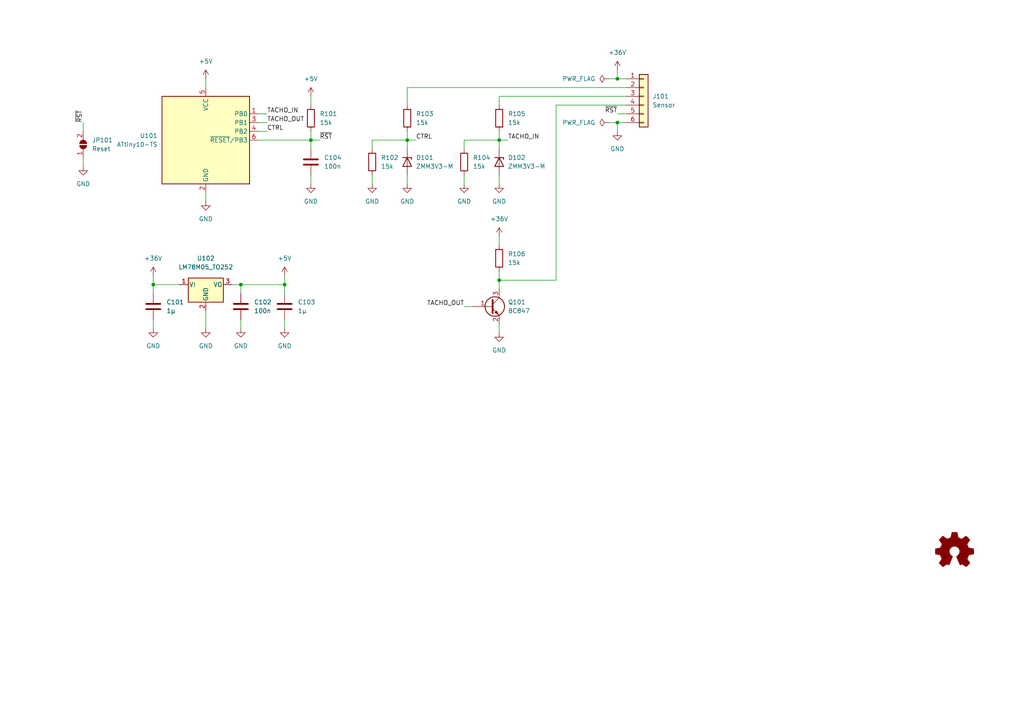
<source format=kicad_sch>
(kicad_sch (version 20211123) (generator eeschema)
  (paper "A4")
  (title_block (title "E-Bike speed sensor adaption board") (date "2023-04-29") (rev "0.1") (company "Eurovibes / Benedikt Spranger") (comment 1 "SPDX-License-Identifier: CERN-OHL-S-2.0") (comment 2 "https://ohwr.org/cern_ohl_s_v2.txt") (comment 3 "To view a copy of this license, visit") (comment 4 "This work is licensed under the CERN-OHL-S v2"))
  (lib_symbols
    (symbol "Connector_Generic:Conn_01x06" (pin_names (offset 1.016) hide)
      (property "Reference" "J" (at 0 7.62 0))
      (property "Value" "Conn_01x06" (at 0 -10.16 0))
      (symbol "Conn_01x06_1_1"
        (rectangle (start -1.27 -7.493) (end 0 -7.747) (stroke (width 0.1524)))
        (rectangle (start -1.27 -4.953) (end 0 -5.207) (stroke (width 0.1524)))
        (rectangle (start -1.27 -2.413) (end 0 -2.667) (stroke (width 0.1524)))
        (rectangle (start -1.27 0.127) (end 0 -0.127) (stroke (width 0.1524)))
        (rectangle (start -1.27 2.667) (end 0 2.413) (stroke (width 0.1524)))
        (rectangle (start -1.27 5.207) (end 0 4.953) (stroke (width 0.1524)))
        (rectangle (start -1.27 6.35) (end 1.27 -8.89) (stroke (width 0.254)) (fill (type background)))
        (pin passive line (at -5.08 5.08 0) (length 3.81) (name "Pin_1") (number "1"))
        (pin passive line (at -5.08 2.54 0) (length 3.81) (name "Pin_2") (number "2"))
        (pin passive line (at -5.08 0 0) (length 3.81) (name "Pin_3") (number "3"))
        (pin passive line (at -5.08 -2.54 0) (length 3.81) (name "Pin_4") (number "4"))
        (pin passive line (at -5.08 -5.08 0) (length 3.81) (name "Pin_5") (number "5"))
        (pin passive line (at -5.08 -7.62 0) (length 3.81) (name "Pin_6") (number "6"))
      )
    )
    (symbol "Device:C" (pin_numbers hide) (pin_names (offset 0.254))
      (property "Reference" "C" (at 0.635 2.54 0))
      (property "Value" "C" (at 0.635 -2.54 0))
      (symbol "C_0_1"
        (polyline (pts (xy -2.032 -0.762) (xy 2.032 -0.762)) (stroke (width 0.508)))
        (polyline (pts (xy -2.032 0.762) (xy 2.032 0.762)) (stroke (width 0.508)))
      )
      (symbol "C_1_1"
        (pin passive line (at 0 3.81 270) (length 2.794) (name "~") (number "1"))
        (pin passive line (at 0 -3.81 90) (length 2.794) (name "~") (number "2"))
      )
    )
    (symbol "Device:R" (pin_numbers hide) (pin_names (offset 0))
      (property "Reference" "R" (at 2.032 0 90))
      (property "Value" "R" (at 0 0 90))
      (symbol "R_0_1"
        (rectangle (start -1.016 -2.54) (end 1.016 2.54) (stroke (width 0.254)))
      )
      (symbol "R_1_1"
        (pin passive line (at 0 3.81 270) (length 1.27) (name "~") (number "1"))
        (pin passive line (at 0 -3.81 90) (length 1.27) (name "~") (number "2"))
      )
    )
    (symbol "Diode:ZMMxx" (pin_numbers hide) (pin_names hide)
      (property "Reference" "D" (at 0 2.54 0))
      (property "Value" "ZMMxx" (at 0 -2.54 0))
      (symbol "ZMMxx_0_1"
        (polyline (pts (xy 1.27 0) (xy -1.27 0)))
        (polyline (pts (xy -1.27 -1.27) (xy -1.27 1.27) (xy -0.762 1.27)) (stroke (width 0.254)))
        (polyline (pts (xy 1.27 -1.27) (xy 1.27 1.27) (xy -1.27 0) (xy 1.27 -1.27)) (stroke (width 0.254)))
      )
      (symbol "ZMMxx_1_1"
        (pin passive line (at -3.81 0 0) (length 2.54) (name "K") (number "1"))
        (pin passive line (at 3.81 0 180) (length 2.54) (name "A") (number "2"))
      )
    )
    (symbol "Graphic:Logo_Open_Hardware_Small" (pin_names (offset 1.016))
      (symbol "Logo_Open_Hardware_Small_0_1"
        (polyline (pts (xy 3.3528 -4.3434) (xy 3.302 -4.318) (xy 3.175 -4.2418) (xy 2.9972 -4.1148) (xy 2.7686 -3.9624) (xy 2.54 -3.81) (xy 2.3622 -3.7084) (xy 2.2352 -3.6068) (xy 2.1844 -3.5814) (xy 2.159 -3.6068) (xy 2.0574 -3.6576) (xy 1.905 -3.7338) (xy 1.8034 -3.7846) (xy 1.6764 -3.8354) (xy 1.6002 -3.8354) (xy 1.6002 -3.8354) (xy 1.5494 -3.7338) (xy 1.4732 -3.5306) (xy 1.3462 -3.302) (xy 1.2446 -3.0226) (xy 1.1176 -2.7178) (xy 0.9652 -2.413) (xy 0.8636 -2.1082) (xy 0.7366 -1.8288) (xy 0.6604 -1.6256) (xy 0.6096 -1.4732) (xy 0.5842 -1.397) (xy 0.5842 -1.397) (xy 0.6604 -1.3208) (xy 0.7874 -1.2446) (xy 1.0414 -1.016) (xy 1.2954 -0.6858) (xy 1.4478 -0.3302) (xy 1.524 0.0762) (xy 1.4732 0.4572) (xy 1.3208 0.8128) (xy 1.0668 1.143) (xy 0.762 1.3716) (xy 0.4064 1.524) (xy 0 1.5748) (xy -0.381 1.5494) (xy -0.7366 1.397) (xy -1.0668 1.143) (xy -1.2192 0.9906) (xy -1.397 0.6604) (xy -1.524 0.3048) (xy -1.524 0.2286) (xy -1.4986 -0.1778) (xy -1.397 -0.5334) (xy -1.1938 -0.8636) (xy -0.9144 -1.143) (xy -0.8636 -1.1684) (xy -0.7366 -1.27) (xy -0.635 -1.3462) (xy -0.5842 -1.397) (xy -1.0668 -2.5908) (xy -1.143 -2.794) (xy -1.2954 -3.1242) (xy -1.397 -3.4036) (xy -1.4986 -3.6322) (xy -1.5748 -3.7846) (xy -1.6002 -3.8354) (xy -1.6002 -3.8354) (xy -1.651 -3.8354) (xy -1.7272 -3.81) (xy -1.905 -3.7338) (xy -2.0066 -3.683) (xy -2.1336 -3.6068) (xy -2.2098 -3.5814) (xy -2.2606 -3.6068) (xy -2.3622 -3.683) (xy -2.54 -3.81) (xy -2.7686 -3.9624) (xy -2.9718 -4.0894) (xy -3.1496 -4.2164) (xy -3.302 -4.318) (xy -3.3528 -4.3434) (xy -3.3782 -4.3434) (xy -3.429 -4.318) (xy -3.5306 -4.2164) (xy -3.7084 -4.064) (xy -3.937 -3.8354) (xy -3.9624 -3.81) (xy -4.1656 -3.6068) (xy -4.318 -3.4544) (xy -4.4196 -3.3274) (xy -4.445 -3.2766) (xy -4.445 -3.2766) (xy -4.4196 -3.2258) (xy -4.318 -3.0734) (xy -4.2164 -2.8956) (xy -4.064 -2.667) (xy -3.6576 -2.0828) (xy -3.8862 -1.5494) (xy -3.937 -1.3716) (xy -4.0386 -1.1684) (xy -4.0894 -1.0414) (xy -4.1148 -0.9652) (xy -4.191 -0.9398) (xy -4.318 -0.9144) (xy -4.5466 -0.8636) (xy -4.8006 -0.8128) (xy -5.0546 -0.7874) (xy -5.2578 -0.7366) (xy -5.4356 -0.7112) (xy -5.5118 -0.6858) (xy -5.5118 -0.6858) (xy -5.5372 -0.635) (xy -5.5372 -0.5588) (xy -5.5372 -0.4318) (xy -5.5626 -0.2286) (xy -5.5626 0.0762) (xy -5.5626 0.127) (xy -5.5372 0.4064) (xy -5.5372 0.635) (xy -5.5372 0.762) (xy -5.5372 0.8382) (xy -5.5372 0.8382) (xy -5.461 0.8382) (xy -5.3086 0.889) (xy -5.08 0.9144) (xy -4.826 0.9652) (xy -4.8006 0.9906) (xy -4.5466 1.0414) (xy -4.318 1.0668) (xy -4.1656 1.1176) (xy -4.0894 1.143) (xy -4.0894 1.143) (xy -4.0386 1.2446) (xy -3.9624 1.4224) (xy -3.8608 1.6256) (xy -3.7846 1.8288) (xy -3.7084 2.0066) (xy -3.6576 2.159) (xy -3.6322 2.2098) (xy -3.6322 2.2098) (xy -3.683 2.286) (xy -3.7592 2.413) (xy -3.8862 2.5908) (xy -4.064 2.8194) (xy -4.064 2.8448) (xy -4.2164 3.0734) (xy -4.3434 3.2512) (xy -4.4196 3.3782) (xy -4.445 3.4544) (xy -4.445 3.4544) (xy -4.3942 3.5052) (xy -4.2926 3.6322) (xy -4.1148 3.81) (xy -3.937 4.0132) (xy -3.8608 4.064) (xy -3.6576 4.2926) (xy -3.5052 4.4196) (xy -3.4036 4.4958) (xy -3.3528 4.5212) (xy -3.3528 4.5212) (xy -3.302 4.4704) (xy -3.1496 4.3688) (xy -2.9718 4.2418) (xy -2.7432 4.0894) (xy -2.7178 4.0894) (xy -2.4892 3.937) (xy -2.3114 3.81) (xy -2.1844 3.7084) (xy -2.1336 3.683) (xy -2.1082 3.683) (xy -2.032 3.7084) (xy -1.8542 3.7592) (xy -1.6764 3.8354) (xy -1.4732 3.937) (xy -1.27 4.0132) (xy -1.143 4.064) (xy -1.0668 4.1148) (xy -1.0668 4.1148) (xy -1.0414 4.191) (xy -1.016 4.3434) (xy -0.9652 4.572) (xy -0.9144 4.8514) (xy -0.889 4.9022) (xy -0.8382 5.1562) (xy -0.8128 5.3848) (xy -0.7874 5.5372) (xy -0.762 5.588) (xy -0.7112 5.6134) (xy -0.5842 5.6134) (xy -0.4064 5.6134) (xy -0.1524 5.6134) (xy 0.0762 5.6134) (xy 0.3302 5.6134) (xy 0.5334 5.6134) (xy 0.6858 5.588) (xy 0.7366 5.588) (xy 0.7366 5.588) (xy 0.762 5.5118) (xy 0.8128 5.334) (xy 0.8382 5.1054) (xy 0.9144 4.826) (xy 0.9144 4.7752) (xy 0.9652 4.5212) (xy 1.016 4.2926) (xy 1.0414 4.1402) (xy 1.0668 4.0894) (xy 1.0668 4.0894) (xy 1.1938 4.0386) (xy 1.3716 3.9624) (xy 1.5748 3.8608) (xy 2.0828 3.6576) (xy 2.7178 4.0894) (xy 2.7686 4.1402) (xy 2.9972 4.2926) (xy 3.175 4.4196) (xy 3.302 4.4958) (xy 3.3782 4.5212) (xy 3.3782 4.5212) (xy 3.429 4.4704) (xy 3.556 4.3434) (xy 3.7338 4.191) (xy 3.9116 3.9878) (xy 4.064 3.8354) (xy 4.2418 3.6576) (xy 4.3434 3.556) (xy 4.4196 3.4798) (xy 4.4196 3.429) (xy 4.4196 3.4036) (xy 4.3942 3.3274) (xy 4.2926 3.2004) (xy 4.1656 2.9972) (xy 4.0132 2.794) (xy 3.8862 2.5908) (xy 3.7592 2.3876) (xy 3.6576 2.2352) (xy 3.6322 2.159) (xy 3.6322 2.1336) (xy 3.683 2.0066) (xy 3.7592 1.8288) (xy 3.8608 1.6002) (xy 4.064 1.1176) (xy 4.3942 1.0414) (xy 4.5974 1.016) (xy 4.8768 0.9652) (xy 5.1308 0.9144) (xy 5.5372 0.8382) (xy 5.5626 -0.6604) (xy 5.4864 -0.6858) (xy 5.4356 -0.6858) (xy 5.2832 -0.7366) (xy 5.0546 -0.762) (xy 4.8006 -0.8128) (xy 4.5974 -0.8636) (xy 4.3688 -0.9144) (xy 4.2164 -0.9398) (xy 4.1402 -0.9398) (xy 4.1148 -0.9652) (xy 4.064 -1.0668) (xy 3.9878 -1.2446) (xy 3.9116 -1.4478) (xy 3.81 -1.651) (xy 3.7338 -1.8542) (xy 3.683 -2.0066) (xy 3.6576 -2.0828) (xy 3.683 -2.1336) (xy 3.7846 -2.2606) (xy 3.8862 -2.4638) (xy 4.0386 -2.667) (xy 4.191 -2.8956) (xy 4.318 -3.0734) (xy 4.3942 -3.2004) (xy 4.445 -3.2766) (xy 4.4196 -3.3274) (xy 4.3434 -3.429) (xy 4.1656 -3.5814) (xy 3.937 -3.8354) (xy 3.8862 -3.8608) (xy 3.683 -4.064) (xy 3.5306 -4.2164) (xy 3.4036 -4.318) (xy 3.3528 -4.3434)) (fill (type outline)))
      )
    )
    (symbol "Jumper:SolderJumper_2_Open" (pin_names (offset 0) hide)
      (property "Reference" "JP" (at 0 2.032 0))
      (property "Value" "SolderJumper_2_Open" (at 0 -2.54 0))
      (symbol "SolderJumper_2_Open_0_1"
        (arc (start -0.254 1.016) (mid -1.27 0) (end -0.254 -1.016))
        (arc (start -0.254 1.016) (mid -1.27 0) (end -0.254 -1.016) (fill (type outline)))
        (polyline (pts (xy -0.254 1.016) (xy -0.254 -1.016)))
        (polyline (pts (xy 0.254 1.016) (xy 0.254 -1.016)))
        (arc (start 0.254 -1.016) (mid 1.27 0) (end 0.254 1.016))
        (arc (start 0.254 -1.016) (mid 1.27 0) (end 0.254 1.016) (fill (type outline)))
      )
      (symbol "SolderJumper_2_Open_1_1"
        (pin passive line (at -3.81 0 0) (length 2.54) (name "A") (number "1"))
        (pin passive line (at 3.81 0 180) (length 2.54) (name "B") (number "2"))
      )
    )
    (symbol "MCU_Microchip_ATtiny:ATtiny10-TS"
      (property "Reference" "U" (at -12.7 13.97 0))
      (property "Value" "ATtiny10-TS" (at 2.54 -13.97 0))
      (symbol "ATtiny10-TS_0_1"
        (rectangle (start -12.7 -12.7) (end 12.7 12.7) (stroke (width 0.254)) (fill (type background)))
      )
      (symbol "ATtiny10-TS_1_1"
        (pin bidirectional line (at 15.24 7.62 180) (length 2.54) (name "PB0") (number "1"))
        (pin power_in line (at 0 -15.24 90) (length 2.54) (name "GND") (number "2"))
        (pin bidirectional line (at 15.24 5.08 180) (length 2.54) (name "PB1") (number "3"))
        (pin bidirectional line (at 15.24 2.54 180) (length 2.54) (name "PB2") (number "4"))
        (pin power_in line (at 0 15.24 270) (length 2.54) (name "VCC") (number "5"))
        (pin bidirectional line (at 15.24 0 180) (length 2.54) (name "~{RESET}/PB3") (number "6"))
      )
    )
    (symbol "Regulator_Linear:LM78M05_TO252" (pin_names (offset 0.254))
      (property "Reference" "U" (at -3.81 3.175 0))
      (property "Value" "LM78M05_TO252" (at 0 3.175 0))
      (symbol "LM78M05_TO252_0_1"
        (rectangle (start -5.08 1.905) (end 5.08 -5.08) (stroke (width 0.254)) (fill (type background)))
      )
      (symbol "LM78M05_TO252_1_1"
        (pin power_in line (at -7.62 0 0) (length 2.54) (name "VI") (number "1"))
        (pin power_in line (at 0 -7.62 90) (length 2.54) (name "GND") (number "2"))
        (pin power_out line (at 7.62 0 180) (length 2.54) (name "VO") (number "3"))
      )
    )
    (symbol "Transistor_BJT:BC847" (pin_names (offset 0) hide)
      (property "Reference" "Q" (at 5.08 1.905 0))
      (property "Value" "BC847" (at 5.08 0 0))
      (symbol "BC847_0_1"
        (polyline (pts (xy 0.635 0.635) (xy 2.54 2.54)))
        (polyline (pts (xy 0.635 -0.635) (xy 2.54 -2.54) (xy 2.54 -2.54)))
        (polyline (pts (xy 0.635 1.905) (xy 0.635 -1.905) (xy 0.635 -1.905)) (stroke (width 0.508)))
        (polyline (pts (xy 1.27 -1.778) (xy 1.778 -1.27) (xy 2.286 -2.286) (xy 1.27 -1.778) (xy 1.27 -1.778)) (fill (type outline)))
        (circle (center 1.27 0) (radius 2.8194) (stroke (width 0.254)))
      )
      (symbol "BC847_1_1"
        (pin input line (at -5.08 0 0) (length 5.715) (name "B") (number "1"))
        (pin passive line (at 2.54 -5.08 90) (length 2.54) (name "E") (number "2"))
        (pin passive line (at 2.54 5.08 270) (length 2.54) (name "C") (number "3"))
      )
    )
    (symbol "power:+36V" (power) (pin_names (offset 0))
      (property "Value" "+36V" (at 0 3.556 0))
      (symbol "+36V_0_1"
        (polyline (pts (xy -0.762 1.27) (xy 0 2.54)))
        (polyline (pts (xy 0 0) (xy 0 2.54)))
        (polyline (pts (xy 0 2.54) (xy 0.762 1.27)))
      )
      (symbol "+36V_1_1"
        (pin power_in line (at 0 0 90) (length 0) hide (name "+36V") (number "1"))
      )
    )
    (symbol "power:+5V" (power) (pin_names (offset 0))
      (property "Value" "+5V" (at 0 3.556 0))
      (symbol "+5V_0_1"
        (polyline (pts (xy -0.762 1.27) (xy 0 2.54)))
        (polyline (pts (xy 0 0) (xy 0 2.54)))
        (polyline (pts (xy 0 2.54) (xy 0.762 1.27)))
      )
      (symbol "+5V_1_1"
        (pin power_in line (at 0 0 90) (length 0) hide (name "+5V") (number "1"))
      )
    )
    (symbol "power:GND" (power) (pin_names (offset 0))
      (property "Value" "GND" (at 0 -3.81 0))
      (symbol "GND_0_1"
        (polyline (pts (xy 0 0) (xy 0 -1.27) (xy 1.27 -1.27) (xy 0 -2.54) (xy -1.27 -1.27) (xy 0 -1.27)))
      )
      (symbol "GND_1_1"
        (pin power_in line (at 0 0 270) (length 0) hide (name "GND") (number "1"))
      )
    )
    (symbol "power:PWR_FLAG" (power) (pin_numbers hide) (pin_names (offset 0) hide)
      (property "Value" "PWR_FLAG" (at 0 3.81 0))
      (symbol "PWR_FLAG_0_0"
        (pin power_out line (at 0 0 90) (length 0) (name "pwr") (number "1"))
      )
      (symbol "PWR_FLAG_0_1"
        (polyline (pts (xy 0 0) (xy 0 1.27) (xy -1.016 1.905) (xy 0 2.54) (xy 1.016 1.905) (xy 0 1.27)))
      )
    )
  )
  (junction (at 179.07 22.86))
  (junction (at 118.11 40.64))
  (junction (at 144.78 81.28))
  (junction (at 179.07 35.56))
  (junction (at 69.85 82.55))
  (junction (at 144.78 40.64))
  (junction (at 82.55 82.55))
  (junction (at 90.17 40.64))
  (junction (at 44.45 82.55))
  (wire (pts (xy 118.11 40.64) (xy 118.11 43.18)))
  (wire (pts (xy 144.78 50.8) (xy 144.78 53.34)))
  (wire (pts (xy 179.07 35.56) (xy 179.07 38.1)))
  (wire (pts (xy 74.93 38.1) (xy 77.47 38.1)))
  (wire (pts (xy 144.78 40.64) (xy 147.32 40.64)))
  (wire (pts (xy 44.45 82.55) (xy 44.45 85.09)))
  (wire (pts (xy 179.07 22.86) (xy 181.61 22.86)))
  (wire (pts (xy 90.17 50.8) (xy 90.17 53.34)))
  (wire (pts (xy 24.13 35.56) (xy 24.13 38.1)))
  (wire (pts (xy 59.69 22.86) (xy 59.69 25.4)))
  (wire (pts (xy 24.13 45.72) (xy 24.13 48.26)))
  (wire (pts (xy 176.53 22.86) (xy 179.07 22.86)))
  (wire (pts (xy 118.11 25.4) (xy 181.61 25.4)))
  (wire (pts (xy 107.95 43.18) (xy 107.95 40.64)))
  (wire (pts (xy 74.93 35.56) (xy 77.47 35.56)))
  (wire (pts (xy 107.95 40.64) (xy 118.11 40.64)))
  (wire (pts (xy 118.11 38.1) (xy 118.11 40.64)))
  (wire (pts (xy 134.62 50.8) (xy 134.62 53.34)))
  (wire (pts (xy 161.29 30.48) (xy 181.61 30.48)))
  (wire (pts (xy 144.78 40.64) (xy 144.78 43.18)))
  (wire (pts (xy 69.85 82.55) (xy 69.85 85.09)))
  (wire (pts (xy 69.85 82.55) (xy 82.55 82.55)))
  (wire (pts (xy 90.17 40.64) (xy 92.71 40.64)))
  (wire (pts (xy 144.78 38.1) (xy 144.78 40.64)))
  (wire (pts (xy 144.78 27.94) (xy 181.61 27.94)))
  (wire (pts (xy 67.31 82.55) (xy 69.85 82.55)))
  (wire (pts (xy 118.11 40.64) (xy 120.65 40.64)))
  (wire (pts (xy 118.11 50.8) (xy 118.11 53.34)))
  (wire (pts (xy 181.61 33.02) (xy 179.07 33.02)))
  (wire (pts (xy 52.07 82.55) (xy 44.45 82.55)))
  (wire (pts (xy 144.78 30.48) (xy 144.78 27.94)))
  (wire (pts (xy 82.55 80.01) (xy 82.55 82.55)))
  (wire (pts (xy 144.78 93.98) (xy 144.78 96.52)))
  (wire (pts (xy 176.53 35.56) (xy 179.07 35.56)))
  (wire (pts (xy 90.17 40.64) (xy 90.17 38.1)))
  (wire (pts (xy 77.47 33.02) (xy 74.93 33.02)))
  (wire (pts (xy 118.11 25.4) (xy 118.11 30.48)))
  (wire (pts (xy 144.78 68.58) (xy 144.78 71.12)))
  (wire (pts (xy 44.45 92.71) (xy 44.45 95.25)))
  (wire (pts (xy 59.69 90.17) (xy 59.69 95.25)))
  (wire (pts (xy 134.62 88.9) (xy 137.16 88.9)))
  (wire (pts (xy 144.78 81.28) (xy 161.29 81.28)))
  (wire (pts (xy 44.45 80.01) (xy 44.45 82.55)))
  (wire (pts (xy 134.62 40.64) (xy 144.78 40.64)))
  (wire (pts (xy 144.78 78.74) (xy 144.78 81.28)))
  (wire (pts (xy 134.62 43.18) (xy 134.62 40.64)))
  (wire (pts (xy 69.85 92.71) (xy 69.85 95.25)))
  (wire (pts (xy 107.95 50.8) (xy 107.95 53.34)))
  (wire (pts (xy 144.78 81.28) (xy 144.78 83.82)))
  (wire (pts (xy 161.29 30.48) (xy 161.29 81.28)))
  (wire (pts (xy 59.69 55.88) (xy 59.69 58.42)))
  (wire (pts (xy 90.17 40.64) (xy 90.17 43.18)))
  (wire (pts (xy 179.07 22.86) (xy 179.07 20.32)))
  (wire (pts (xy 74.93 40.64) (xy 90.17 40.64)))
  (wire (pts (xy 82.55 92.71) (xy 82.55 95.25)))
  (wire (pts (xy 90.17 27.94) (xy 90.17 30.48)))
  (wire (pts (xy 179.07 35.56) (xy 181.61 35.56)))
  (wire (pts (xy 82.55 82.55) (xy 82.55 85.09)))
  (label "TACHO_OUT" (at 77.47 35.56 0))
  (label "TACHO_OUT" (at 134.62 88.9 180))
  (label "TACHO_IN" (at 77.47 33.02 0))
  (label "CTRL" (at 120.65 40.64 0))
  (label "CTRL" (at 77.47 38.1 0))
  (label "TACHO_IN" (at 147.32 40.64 0))
  (label "~{RST}" (at 179.07 33.02 180))
  (label "~{RST}" (at 24.13 35.56 90))
  (label "~{RST}" (at 92.71 40.64 0))
  (symbol (lib_id "power:GND") (at 90.17 53.34 0) (unit 1)
    (property "Reference" "#PWR0111" (effects hide))
    (property "Value" "GND" (at 90.17 58.42 0))
  )
  (symbol (lib_id "power:GND") (at 59.69 58.42 0) (unit 1)
    (property "Reference" "#PWR0105" (effects hide))
    (property "Value" "GND" (at 59.69 63.5 0))
  )
  (symbol (lib_id "Device:R") (at 118.11 34.29 0) (unit 1)
    (property "Reference" "R103" (at 120.65 33.0199 0) (effects (justify left)))
    (property "Value" "15k" (at 120.65 35.5599 0) (effects (justify left)))
    (property "Footprint" "Resistor_SMD:R_0402_1005Metric" (effects hide))
    (property "LCSC#" "C25756" (effects hide))
    (property "Description" "62.5mW Thick Film Resistors ±1% 15kΩ 0402 Chip Resistor - Surface Mount ROHS" (effects hide))
    (property "DistribPart#" "C25756" (effects hide))
    (property "Distributor" "JLPCB" (effects hide))
    (property "ManuPart#" "0402WGF1502TCE" (effects hide))
    (property "Manufacture" "UNI-ROYAL(Uniroyal Elec)" (effects hide))
    (property "assemble" "y" (effects hide))
  )
  (symbol (lib_id "Device:R") (at 144.78 74.93 0) (unit 1)
    (property "Reference" "R106" (at 147.32 73.6599 0) (effects (justify left)))
    (property "Value" "15k" (at 147.32 76.1999 0) (effects (justify left)))
    (property "Footprint" "Resistor_SMD:R_0402_1005Metric" (effects hide))
    (property "LCSC#" "C25756" (effects hide))
    (property "Description" "62.5mW Thick Film Resistors ±1% 15kΩ 0402 Chip Resistor - Surface Mount ROHS" (effects hide))
    (property "DistribPart#" "C25756" (effects hide))
    (property "Distributor" "JLPCB" (effects hide))
    (property "ManuPart#" "0402WGF1502TCE" (effects hide))
    (property "Manufacture" "UNI-ROYAL(Uniroyal Elec)" (effects hide))
    (property "assemble" "y" (effects hide))
  )
  (symbol (lib_id "power:GND") (at 59.69 95.25 0) (unit 1)
    (property "Reference" "#PWR0106" (effects hide))
    (property "Value" "GND" (at 59.69 100.33 0))
  )
  (symbol (lib_id "Device:R") (at 90.17 34.29 0) (unit 1)
    (property "Reference" "R101" (at 92.71 33.0199 0) (effects (justify left)))
    (property "Value" "15k" (at 92.71 35.5599 0) (effects (justify left)))
    (property "Footprint" "Resistor_SMD:R_0402_1005Metric" (effects hide))
    (property "LCSC#" "C25756" (effects hide))
    (property "Description" "62.5mW Thick Film Resistors ±1% 15kΩ 0402 Chip Resistor - Surface Mount ROHS" (effects hide))
    (property "DistribPart#" "C25756" (effects hide))
    (property "Distributor" "JLPCB" (effects hide))
    (property "ManuPart#" "0402WGF1502TCE" (effects hide))
    (property "Manufacture" "UNI-ROYAL(Uniroyal Elec)" (effects hide))
    (property "assemble" "y" (effects hide))
  )
  (symbol (lib_id "Transistor_BJT:BC847") (at 142.24 88.9 0) (unit 1)
    (property "Reference" "Q101" (at 147.32 87.6299 0) (effects (justify left)))
    (property "Value" "BC847" (at 147.32 90.1699 0) (effects (justify left)))
    (property "Footprint" "Package_TO_SOT_SMD:SOT-23" (effects hide))
    (property "Datasheet" "http://www.infineon.com/dgdl/Infineon-BC847SERIES_BC848SERIES_BC849SERIES_BC850SERIES-DS-v01_01-en.pdf?fileId=db3a304314dca389011541d4630a1657" (effects hide))
    (property "LCSC#" "C475630" (effects hide))
    (property "Description" "45V 200mW 100mA NPN SOT-23 Bipolar Transistors - BJT ROHS" (effects hide))
    (property "DistribPart#" "C475630" (effects hide))
    (property "Distributor" "JLPCB" (effects hide))
    (property "ManuPart#" "BC847" (effects hide))
    (property "Manufacture" "Shikues" (effects hide))
    (property "assemble" "y" (effects hide))
  )
  (symbol (lib_id "power:+5V") (at 82.55 80.01 0) (unit 1)
    (property "Reference" "#PWR0108" (effects hide))
    (property "Value" "+5V" (at 82.55 74.93 0))
  )
  (symbol (lib_id "power:GND") (at 107.95 53.34 0) (unit 1)
    (property "Reference" "#PWR0112" (effects hide))
    (property "Value" "GND" (at 107.95 58.42 0))
  )
  (symbol (lib_id "power:GND") (at 144.78 53.34 0) (unit 1)
    (property "Reference" "#PWR0115" (effects hide))
    (property "Value" "GND" (at 144.78 58.42 0))
  )
  (symbol (lib_id "Device:C") (at 69.85 88.9 0) (unit 1)
    (property "Reference" "C102" (at 73.66 87.6299 0) (effects (justify left)))
    (property "Value" "100n" (at 73.66 90.1699 0) (effects (justify left)))
    (property "Footprint" "Capacitor_SMD:C_0402_1005Metric" (effects hide))
    (property "LCSC#" "C1525" (effects hide))
    (property "Description" "16V 100nF X7R ±10% 0402  Multilayer Ceramic Capacitors MLCC - SMD/SMT ROHS" (effects hide))
    (property "DistribPart#" "C1525" (effects hide))
    (property "Distributor" "JLPCB" (effects hide))
    (property "ManuPart#" "CL05B104KO5NNNC" (effects hide))
    (property "Manufacture" "Samsung Electro-Mechanics" (effects hide))
    (property "assemble" "y" (effects hide))
  )
  (symbol (lib_id "Diode:ZMMxx") (at 118.11 46.99 270) (unit 1)
    (property "Reference" "D101" (at 120.65 45.7199 90) (effects (justify left)))
    (property "Value" "ZMM3V3-M" (at 120.65 48.2599 90) (effects (justify left)))
    (property "Footprint" "Diode_SMD:D_MiniMELF" (effects hide))
    (property "Datasheet" "https://diotec.com/tl_files/diotec/files/pdf/datasheets/zmm1.pdf" (effects hide))
    (property "LCSC#" "C8056" (effects hide))
    (property "Description" "Single 3.1V~3.5V 500mW 3.3V LL-34 Zener Diodes ROHS" (effects hide))
    (property "DistribPart#" "C8056" (effects hide))
    (property "Distributor" "JLPCB" (effects hide))
    (property "ManuPart#" "ZMM3V3-M" (effects hide))
    (property "Manufacture" "ST(Semtech)" (effects hide))
    (property "assemble" "y" (effects hide))
  )
  (symbol (lib_id "power:+5V") (at 59.69 22.86 0) (unit 1)
    (property "Reference" "#PWR0104" (effects hide))
    (property "Value" "+5V" (at 59.69 17.78 0))
  )
  (symbol (lib_id "power:PWR_FLAG") (at 176.53 35.56 90) (unit 1)
    (property "Reference" "#FLG0102" (effects hide))
    (property "Value" "PWR_FLAG" (at 172.72 35.56 90) (effects (justify left)))
  )
  (symbol (lib_id "Regulator_Linear:LM78M05_TO252") (at 59.69 82.55 0) (unit 1)
    (property "Reference" "U102" (at 59.69 74.93 0))
    (property "Value" "LM78M05_TO252" (at 59.69 77.47 0))
    (property "Footprint" "Package_TO_SOT_SMD:TO-252-2" (effects hide))
    (property "Datasheet" "https://www.onsemi.com/pub/Collateral/MC78M00-D.PDF" (effects hide))
    (property "LCSC#" "C58069" (effects hide))
    (property "Description" "2dB@(120Hz) 500mA Fixed 5V~5V Positive 35V TO-252-2(DPAK) Linear Voltage Regulators (LDO) ROHS" (effects hide))
    (property "DistribPart#" "C58069" (effects hide))
    (property "Distributor" "JLPCB" (effects hide))
    (property "ManuPart#" "L78M05ABDT-TR" (effects hide))
    (property "Manufacture" "STMicroelectronics" (effects hide))
    (property "assemble" "y" (effects hide))
  )
  (symbol (lib_id "Graphic:Logo_Open_Hardware_Small") (at 276.86 160.02 0) (unit 1)
    (property "Reference" "#LOGO101" (effects hide))
    (property "Value" "Logo_Open_Hardware_Small" (effects hide))
  )
  (symbol (lib_id "power:GND") (at 179.07 38.1 0) (unit 1)
    (property "Reference" "#PWR0119" (effects hide))
    (property "Value" "GND" (at 179.07 43.18 0))
  )
  (symbol (lib_id "Diode:ZMMxx") (at 144.78 46.99 270) (unit 1)
    (property "Reference" "D102" (at 147.32 45.7199 90) (effects (justify left)))
    (property "Value" "ZMM3V3-M" (at 147.32 48.2599 90) (effects (justify left)))
    (property "Footprint" "Diode_SMD:D_MiniMELF" (effects hide))
    (property "Datasheet" "https://diotec.com/tl_files/diotec/files/pdf/datasheets/zmm1.pdf" (effects hide))
    (property "LCSC#" "C8056" (effects hide))
    (property "Description" "Single 3.1V~3.5V 500mW 3.3V LL-34 Zener Diodes ROHS" (effects hide))
    (property "DistribPart#" "C8056" (effects hide))
    (property "Distributor" "JLPCB" (effects hide))
    (property "ManuPart#" "ZMM3V3-M" (effects hide))
    (property "Manufacture" "ST(Semtech)" (effects hide))
    (property "assemble" "y" (effects hide))
  )
  (symbol (lib_id "Device:C") (at 90.17 46.99 0) (unit 1)
    (property "Reference" "C104" (at 93.98 45.7199 0) (effects (justify left)))
    (property "Value" "100n" (at 93.98 48.2599 0) (effects (justify left)))
    (property "Footprint" "Capacitor_SMD:C_0402_1005Metric" (effects hide))
    (property "LCSC#" "C1525" (effects hide))
    (property "Description" "16V 100nF X7R ±10% 0402  Multilayer Ceramic Capacitors MLCC - SMD/SMT ROHS" (effects hide))
    (property "DistribPart#" "C1525" (effects hide))
    (property "Distributor" "JLPCB" (effects hide))
    (property "ManuPart#" "CL05B104KO5NNNC" (effects hide))
    (property "Manufacture" "Samsung Electro-Mechanics" (effects hide))
    (property "assemble" "y" (effects hide))
  )
  (symbol (lib_id "Device:C") (at 44.45 88.9 0) (unit 1)
    (property "Reference" "C101" (at 48.26 87.6299 0) (effects (justify left)))
    (property "Value" "1µ" (at 48.26 90.1699 0) (effects (justify left)))
    (property "Footprint" "Capacitor_SMD:C_0805_2012Metric" (effects hide))
    (property "LCSC#" "C28323" (effects hide))
    (property "Description" "50V 1uF X7R ±10% 0805 Multilayer Ceramic Capacitors MLCC - SMD/SMT ROHS" (effects hide))
    (property "DistribPart#" "C28323" (effects hide))
    (property "Distributor" "JLPCB" (effects hide))
    (property "ManuPart#" "CL21B105KBFNNNE" (effects hide))
    (property "Manufacture" "Samsung Electro-Mechanics" (effects hide))
    (property "assemble" "y" (effects hide))
  )
  (symbol (lib_id "power:GND") (at 44.45 95.25 0) (unit 1)
    (property "Reference" "#PWR0103" (effects hide))
    (property "Value" "GND" (at 44.45 100.33 0))
  )
  (symbol (lib_id "power:+36V") (at 179.07 20.32 0) (unit 1)
    (property "Reference" "#PWR0118" (effects hide))
    (property "Value" "+36V" (at 179.07 15.24 0))
  )
  (symbol (lib_id "Device:R") (at 134.62 46.99 0) (unit 1)
    (property "Reference" "R104" (at 137.16 45.7199 0) (effects (justify left)))
    (property "Value" "15k" (at 137.16 48.2599 0) (effects (justify left)))
    (property "Footprint" "Resistor_SMD:R_0402_1005Metric" (effects hide))
    (property "LCSC#" "C25756" (effects hide))
    (property "Description" "62.5mW Thick Film Resistors ±1% 15kΩ 0402 Chip Resistor - Surface Mount ROHS" (effects hide))
    (property "DistribPart#" "C25756" (effects hide))
    (property "Distributor" "JLPCB" (effects hide))
    (property "ManuPart#" "0402WGF1502TCE" (effects hide))
    (property "Manufacture" "UNI-ROYAL(Uniroyal Elec)" (effects hide))
    (property "assemble" "y" (effects hide))
  )
  (symbol (lib_id "power:PWR_FLAG") (at 176.53 22.86 90) (unit 1)
    (property "Reference" "#FLG0101" (effects hide))
    (property "Value" "PWR_FLAG" (at 172.72 22.8599 90) (effects (justify left)))
  )
  (symbol (lib_id "Device:R") (at 144.78 34.29 0) (unit 1)
    (property "Reference" "R105" (at 147.32 33.0199 0) (effects (justify left)))
    (property "Value" "15k" (at 147.32 35.5599 0) (effects (justify left)))
    (property "Footprint" "Resistor_SMD:R_0402_1005Metric" (effects hide))
    (property "LCSC#" "C25756" (effects hide))
    (property "Description" "62.5mW Thick Film Resistors ±1% 15kΩ 0402 Chip Resistor - Surface Mount ROHS" (effects hide))
    (property "DistribPart#" "C25756" (effects hide))
    (property "Distributor" "JLPCB" (effects hide))
    (property "ManuPart#" "0402WGF1502TCE" (effects hide))
    (property "Manufacture" "UNI-ROYAL(Uniroyal Elec)" (effects hide))
    (property "assemble" "y" (effects hide))
  )
  (symbol (lib_id "MCU_Microchip_ATtiny:ATtiny10-TS") (at 59.69 40.64 0) (unit 1)
    (property "Reference" "U101" (at 45.72 39.3699 0) (effects (justify right)))
    (property "Value" "ATtiny10-TS" (at 45.72 41.9099 0) (effects (justify right)))
    (property "Footprint" "Package_TO_SOT_SMD:SOT-23-6" (effects hide))
    (property "Datasheet" "http://ww1.microchip.com/downloads/en/DeviceDoc/Atmel-8127-AVR-8-bit-Microcontroller-ATtiny4-ATtiny5-ATtiny9-ATtiny10_Datasheet.pdf" (effects hide))
    (property "LCSC#" "C128438" (effects hide))
    (property "Description" "AVR 32Byte 12MHz 4 SOT-23-6 Microcontroller Units (MCUs/MPUs/SOCs) ROHS" (effects hide))
    (property "DistribPart#" "C128438" (effects hide))
    (property "Distributor" "JLPCB" (effects hide))
    (property "ManuPart#" "ATTINY10-TSHR" (effects hide))
    (property "Manufacture" "Microchip Tech" (effects hide))
    (property "assemble" "y" (effects hide))
  )
  (symbol (lib_id "Jumper:SolderJumper_2_Open") (at 24.13 41.91 90) (unit 1)
    (property "Reference" "JP101" (at 26.67 40.6399 90) (effects (justify right)))
    (property "Value" "Reset" (at 26.67 43.1799 90) (effects (justify right)))
    (property "Footprint" "Jumper:SolderJumper-2_P1.3mm_Open_Pad1.0x1.5mm" (effects hide))
    (property "DistribPart#" "N/A" (effects hide))
    (property "Distributor" "N/A" (effects hide))
    (property "ManuPart#" "N/A" (effects hide))
    (property "Manufacture" "N/A" (effects hide))
    (property "assemble" "n" (effects hide))
  )
  (symbol (lib_id "Device:R") (at 107.95 46.99 0) (unit 1)
    (property "Reference" "R102" (at 110.49 45.7199 0) (effects (justify left)))
    (property "Value" "15k" (at 110.49 48.2599 0) (effects (justify left)))
    (property "Footprint" "Resistor_SMD:R_0402_1005Metric" (effects hide))
    (property "LCSC#" "C25756" (effects hide))
    (property "Description" "62.5mW Thick Film Resistors ±1% 15kΩ 0402 Chip Resistor - Surface Mount ROHS" (effects hide))
    (property "DistribPart#" "C25756" (effects hide))
    (property "Distributor" "JLPCB" (effects hide))
    (property "ManuPart#" "0402WGF1502TCE" (effects hide))
    (property "Manufacture" "UNI-ROYAL(Uniroyal Elec)" (effects hide))
    (property "assemble" "y" (effects hide))
  )
  (symbol (lib_id "power:GND") (at 69.85 95.25 0) (unit 1)
    (property "Reference" "#PWR0107" (effects hide))
    (property "Value" "GND" (at 69.85 100.33 0))
  )
  (symbol (lib_id "power:GND") (at 82.55 95.25 0) (unit 1)
    (property "Reference" "#PWR0109" (effects hide))
    (property "Value" "GND" (at 82.55 100.33 0))
  )
  (symbol (lib_id "Device:C") (at 82.55 88.9 0) (unit 1)
    (property "Reference" "C103" (at 86.36 87.6299 0) (effects (justify left)))
    (property "Value" "1µ" (at 86.36 90.1699 0) (effects (justify left)))
    (property "Footprint" "Capacitor_SMD:C_0805_2012Metric" (effects hide))
    (property "LCSC#" "C28323" (effects hide))
    (property "Description" "50V 1uF X7R ±10% 0805 Multilayer Ceramic Capacitors MLCC - SMD/SMT ROHS" (effects hide))
    (property "DistribPart#" "C28323" (effects hide))
    (property "Distributor" "JLPCB" (effects hide))
    (property "ManuPart#" "CL21B105KBFNNNE" (effects hide))
    (property "Manufacture" "Samsung Electro-Mechanics" (effects hide))
    (property "assemble" "y" (effects hide))
  )
  (symbol (lib_id "power:GND") (at 144.78 96.52 0) (unit 1)
    (property "Reference" "#PWR0117" (effects hide))
    (property "Value" "GND" (at 144.78 101.6 0))
  )
  (symbol (lib_id "power:GND") (at 118.11 53.34 0) (unit 1)
    (property "Reference" "#PWR0113" (effects hide))
    (property "Value" "GND" (at 118.11 58.42 0))
  )
  (symbol (lib_id "power:GND") (at 134.62 53.34 0) (unit 1)
    (property "Reference" "#PWR0114" (effects hide))
    (property "Value" "GND" (at 134.62 58.42 0))
  )
  (symbol (lib_id "power:+36V") (at 144.78 68.58 0) (unit 1)
    (property "Reference" "#PWR0116" (effects hide))
    (property "Value" "+36V" (at 144.78 63.5 0))
  )
  (symbol (lib_id "power:+5V") (at 90.17 27.94 0) (unit 1)
    (property "Reference" "#PWR0110" (effects hide))
    (property "Value" "+5V" (at 90.17 22.86 0))
  )
  (symbol (lib_id "power:GND") (at 24.13 48.26 0) (unit 1)
    (property "Reference" "#PWR0101" (effects hide))
    (property "Value" "GND" (at 24.13 53.34 0))
  )
  (symbol (lib_id "Connector_Generic:Conn_01x06") (at 186.69 27.94 0) (unit 1)
    (property "Reference" "J101" (at 189.23 27.9399 0) (effects (justify left)))
    (property "Value" "Sensor" (at 189.23 30.4799 0) (effects (justify left)))
    (property "Footprint" "Connector_PinHeader_2.54mm:PinHeader_1x06_P2.54mm_Vertical" (effects hide))
    (property "DistribPart#" "N/A" (effects hide))
    (property "Distributor" "N/A" (effects hide))
    (property "ManuPart#" "N/A" (effects hide))
    (property "Manufacture" "N/A" (effects hide))
    (property "assemble" "n" (effects hide))
  )
  (symbol (lib_id "power:+36V") (at 44.45 80.01 0) (unit 1)
    (property "Reference" "#PWR0102" (effects hide))
    (property "Value" "+36V" (at 44.45 74.93 0))
  )
)
</source>
